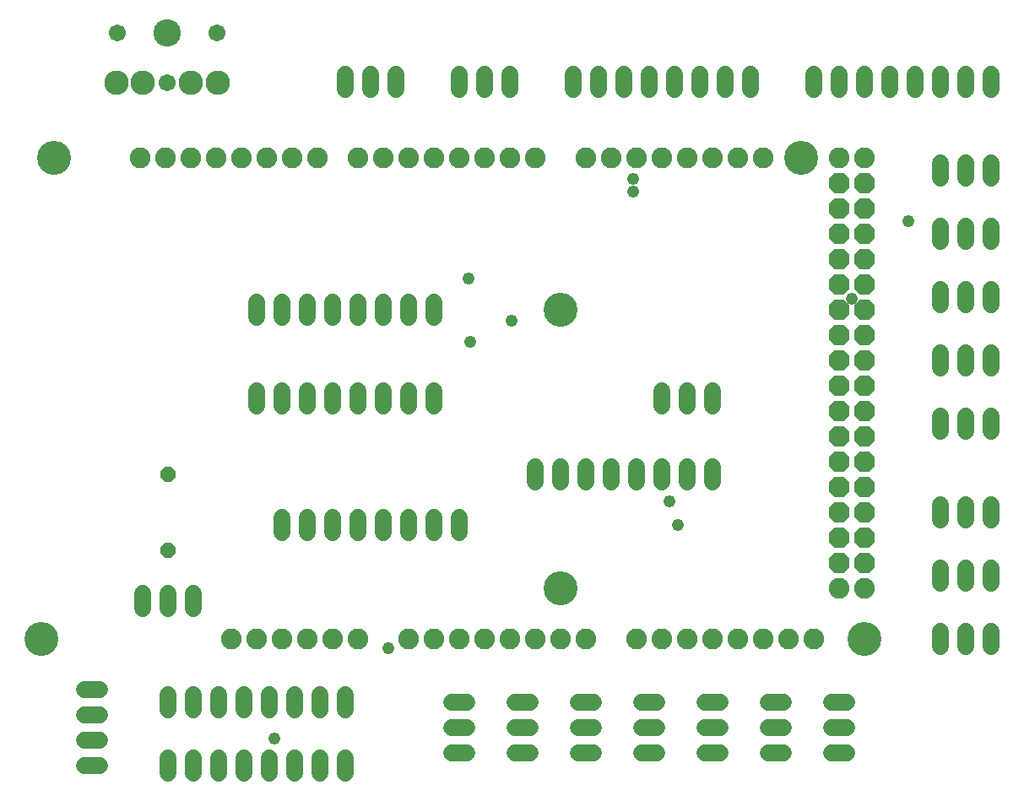
<source format=gbs>
G75*
%MOIN*%
%OFA0B0*%
%FSLAX25Y25*%
%IPPOS*%
%LPD*%
%AMOC8*
5,1,8,0,0,1.08239X$1,22.5*
%
%ADD10C,0.06800*%
%ADD11C,0.08200*%
%ADD12OC8,0.08200*%
%ADD13C,0.13398*%
%ADD14C,0.10800*%
%ADD15C,0.09658*%
%ADD16C,0.06706*%
%ADD17OC8,0.06000*%
%ADD18C,0.04800*%
D10*
X0098250Y0017534D02*
X0104250Y0017534D01*
X0104250Y0027534D02*
X0098250Y0027534D01*
X0098250Y0037534D02*
X0104250Y0037534D01*
X0104250Y0047534D02*
X0098250Y0047534D01*
X0131250Y0045534D02*
X0131250Y0039534D01*
X0141250Y0039534D02*
X0141250Y0045534D01*
X0151250Y0045534D02*
X0151250Y0039534D01*
X0161250Y0039534D02*
X0161250Y0045534D01*
X0171250Y0045534D02*
X0171250Y0039534D01*
X0181250Y0039534D02*
X0181250Y0045534D01*
X0191250Y0045534D02*
X0191250Y0039534D01*
X0201250Y0039534D02*
X0201250Y0045534D01*
X0201250Y0020534D02*
X0201250Y0014534D01*
X0191250Y0014534D02*
X0191250Y0020534D01*
X0181250Y0020534D02*
X0181250Y0014534D01*
X0171250Y0014534D02*
X0171250Y0020534D01*
X0161250Y0020534D02*
X0161250Y0014534D01*
X0151250Y0014534D02*
X0151250Y0020534D01*
X0141250Y0020534D02*
X0141250Y0014534D01*
X0131250Y0014534D02*
X0131250Y0020534D01*
X0131250Y0079534D02*
X0131250Y0085534D01*
X0121250Y0085534D02*
X0121250Y0079534D01*
X0141250Y0079534D02*
X0141250Y0085534D01*
X0176250Y0109534D02*
X0176250Y0115534D01*
X0186250Y0115534D02*
X0186250Y0109534D01*
X0196250Y0109534D02*
X0196250Y0115534D01*
X0206250Y0115534D02*
X0206250Y0109534D01*
X0216250Y0109534D02*
X0216250Y0115534D01*
X0226250Y0115534D02*
X0226250Y0109534D01*
X0236250Y0109534D02*
X0236250Y0115534D01*
X0246250Y0115534D02*
X0246250Y0109534D01*
X0276250Y0129534D02*
X0276250Y0135534D01*
X0286250Y0135534D02*
X0286250Y0129534D01*
X0296250Y0129534D02*
X0296250Y0135534D01*
X0306250Y0135534D02*
X0306250Y0129534D01*
X0316250Y0129534D02*
X0316250Y0135534D01*
X0326250Y0135534D02*
X0326250Y0129534D01*
X0336250Y0129534D02*
X0336250Y0135534D01*
X0346250Y0135534D02*
X0346250Y0129534D01*
X0346250Y0159534D02*
X0346250Y0165534D01*
X0336250Y0165534D02*
X0336250Y0159534D01*
X0326250Y0159534D02*
X0326250Y0165534D01*
X0236250Y0165534D02*
X0236250Y0159534D01*
X0226250Y0159534D02*
X0226250Y0165534D01*
X0216250Y0165534D02*
X0216250Y0159534D01*
X0206250Y0159534D02*
X0206250Y0165534D01*
X0196250Y0165534D02*
X0196250Y0159534D01*
X0186250Y0159534D02*
X0186250Y0165534D01*
X0176250Y0165534D02*
X0176250Y0159534D01*
X0166250Y0159534D02*
X0166250Y0165534D01*
X0166250Y0194534D02*
X0166250Y0200534D01*
X0176250Y0200534D02*
X0176250Y0194534D01*
X0186250Y0194534D02*
X0186250Y0200534D01*
X0196250Y0200534D02*
X0196250Y0194534D01*
X0206250Y0194534D02*
X0206250Y0200534D01*
X0216250Y0200534D02*
X0216250Y0194534D01*
X0226250Y0194534D02*
X0226250Y0200534D01*
X0236250Y0200534D02*
X0236250Y0194534D01*
X0246250Y0284534D02*
X0246250Y0290534D01*
X0256250Y0290534D02*
X0256250Y0284534D01*
X0266250Y0284534D02*
X0266250Y0290534D01*
X0291250Y0290534D02*
X0291250Y0284534D01*
X0301250Y0284534D02*
X0301250Y0290534D01*
X0311250Y0290534D02*
X0311250Y0284534D01*
X0321250Y0284534D02*
X0321250Y0290534D01*
X0331250Y0290534D02*
X0331250Y0284534D01*
X0341250Y0284534D02*
X0341250Y0290534D01*
X0351250Y0290534D02*
X0351250Y0284534D01*
X0361250Y0284534D02*
X0361250Y0290534D01*
X0386250Y0290534D02*
X0386250Y0284534D01*
X0396250Y0284534D02*
X0396250Y0290534D01*
X0406250Y0290534D02*
X0406250Y0284534D01*
X0416250Y0284534D02*
X0416250Y0290534D01*
X0426250Y0290534D02*
X0426250Y0284534D01*
X0436250Y0284534D02*
X0436250Y0290534D01*
X0446250Y0290534D02*
X0446250Y0284534D01*
X0456250Y0284534D02*
X0456250Y0290534D01*
X0456250Y0255534D02*
X0456250Y0249534D01*
X0446250Y0249534D02*
X0446250Y0255534D01*
X0436250Y0255534D02*
X0436250Y0249534D01*
X0436250Y0230534D02*
X0436250Y0224534D01*
X0446250Y0224534D02*
X0446250Y0230534D01*
X0456250Y0230534D02*
X0456250Y0224534D01*
X0456250Y0205534D02*
X0456250Y0199534D01*
X0446250Y0199534D02*
X0446250Y0205534D01*
X0436250Y0205534D02*
X0436250Y0199534D01*
X0436250Y0180534D02*
X0436250Y0174534D01*
X0446250Y0174534D02*
X0446250Y0180534D01*
X0456250Y0180534D02*
X0456250Y0174534D01*
X0456250Y0155534D02*
X0456250Y0149534D01*
X0446250Y0149534D02*
X0446250Y0155534D01*
X0436250Y0155534D02*
X0436250Y0149534D01*
X0436250Y0120534D02*
X0436250Y0114534D01*
X0446250Y0114534D02*
X0446250Y0120534D01*
X0456250Y0120534D02*
X0456250Y0114534D01*
X0456250Y0095534D02*
X0456250Y0089534D01*
X0446250Y0089534D02*
X0446250Y0095534D01*
X0436250Y0095534D02*
X0436250Y0089534D01*
X0436250Y0070534D02*
X0436250Y0064534D01*
X0446250Y0064534D02*
X0446250Y0070534D01*
X0456250Y0070534D02*
X0456250Y0064534D01*
X0399250Y0042534D02*
X0393250Y0042534D01*
X0393250Y0032534D02*
X0399250Y0032534D01*
X0399250Y0022534D02*
X0393250Y0022534D01*
X0374250Y0022534D02*
X0368250Y0022534D01*
X0368250Y0032534D02*
X0374250Y0032534D01*
X0374250Y0042534D02*
X0368250Y0042534D01*
X0349250Y0042534D02*
X0343250Y0042534D01*
X0343250Y0032534D02*
X0349250Y0032534D01*
X0349250Y0022534D02*
X0343250Y0022534D01*
X0324250Y0022534D02*
X0318250Y0022534D01*
X0318250Y0032534D02*
X0324250Y0032534D01*
X0324250Y0042534D02*
X0318250Y0042534D01*
X0299250Y0042534D02*
X0293250Y0042534D01*
X0293250Y0032534D02*
X0299250Y0032534D01*
X0299250Y0022534D02*
X0293250Y0022534D01*
X0274250Y0022534D02*
X0268250Y0022534D01*
X0268250Y0032534D02*
X0274250Y0032534D01*
X0274250Y0042534D02*
X0268250Y0042534D01*
X0249250Y0042534D02*
X0243250Y0042534D01*
X0243250Y0032534D02*
X0249250Y0032534D01*
X0249250Y0022534D02*
X0243250Y0022534D01*
X0221250Y0284534D02*
X0221250Y0290534D01*
X0211250Y0290534D02*
X0211250Y0284534D01*
X0201250Y0284534D02*
X0201250Y0290534D01*
D11*
X0206250Y0257534D03*
X0216250Y0257534D03*
X0226250Y0257534D03*
X0236250Y0257534D03*
X0246250Y0257534D03*
X0256250Y0257534D03*
X0266250Y0257534D03*
X0276250Y0257534D03*
X0296250Y0257534D03*
X0306250Y0257534D03*
X0316250Y0257534D03*
X0326250Y0257534D03*
X0336250Y0257534D03*
X0346250Y0257534D03*
X0356250Y0257534D03*
X0366250Y0257534D03*
X0396250Y0257534D03*
X0406250Y0257534D03*
X0190250Y0257534D03*
X0180250Y0257534D03*
X0170250Y0257534D03*
X0160250Y0257534D03*
X0150250Y0257534D03*
X0140250Y0257534D03*
X0130250Y0257534D03*
X0120250Y0257534D03*
X0156250Y0067534D03*
X0166250Y0067534D03*
X0176250Y0067534D03*
X0186250Y0067534D03*
X0196250Y0067534D03*
X0206250Y0067534D03*
X0226250Y0067534D03*
X0236250Y0067534D03*
X0246250Y0067534D03*
X0256250Y0067534D03*
X0266250Y0067534D03*
X0276250Y0067534D03*
X0286250Y0067534D03*
X0296250Y0067534D03*
X0316250Y0067534D03*
X0326250Y0067534D03*
X0336250Y0067534D03*
X0346250Y0067534D03*
X0356250Y0067534D03*
X0366250Y0067534D03*
X0376250Y0067534D03*
X0386250Y0067534D03*
X0396250Y0087534D03*
X0406250Y0087534D03*
D12*
X0406250Y0097534D03*
X0396250Y0097534D03*
X0396250Y0107534D03*
X0406250Y0107534D03*
X0406250Y0117534D03*
X0396250Y0117534D03*
X0396250Y0127534D03*
X0406250Y0127534D03*
X0406250Y0137534D03*
X0396250Y0137534D03*
X0396250Y0147534D03*
X0406250Y0147534D03*
X0406250Y0157534D03*
X0396250Y0157534D03*
X0396250Y0167534D03*
X0406250Y0167534D03*
X0406250Y0177534D03*
X0396250Y0177534D03*
X0396250Y0187534D03*
X0406250Y0187534D03*
X0406250Y0197534D03*
X0396250Y0197534D03*
X0396250Y0207534D03*
X0406250Y0207534D03*
X0406250Y0217534D03*
X0396250Y0217534D03*
X0396250Y0227534D03*
X0406250Y0227534D03*
X0406250Y0237534D03*
X0396250Y0237534D03*
X0396250Y0247534D03*
X0406250Y0247534D03*
D13*
X0381250Y0257534D03*
X0286250Y0197534D03*
X0286250Y0087534D03*
X0406250Y0067534D03*
X0086250Y0257534D03*
X0081250Y0067534D03*
D14*
X0130856Y0306904D03*
D15*
X0121407Y0287219D03*
X0110778Y0287219D03*
X0140305Y0287219D03*
X0150935Y0287219D03*
D16*
X0130856Y0287219D03*
X0111171Y0306904D03*
X0150541Y0306904D03*
D17*
X0131250Y0132534D03*
X0131250Y0102534D03*
D18*
X0218125Y0063784D03*
X0173125Y0028159D03*
X0329375Y0121909D03*
X0332500Y0112534D03*
X0250625Y0185034D03*
X0266875Y0193159D03*
X0250000Y0210034D03*
X0315000Y0244409D03*
X0315000Y0249409D03*
X0401250Y0201909D03*
X0423750Y0232534D03*
M02*

</source>
